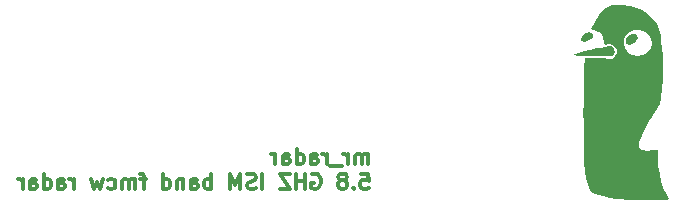
<source format=gbo>
%FSLAX34Y34*%
G04 Gerber Fmt 3.4, Leading zero omitted, Abs format*
G04 (created by PCBNEW (2014-03-19 BZR 4756)-product) date Thu 12 Jun 2014 08:54:00 PM AKDT*
%MOIN*%
G01*
G70*
G90*
G04 APERTURE LIST*
%ADD10C,0.005906*%
%ADD11C,0.011811*%
%ADD12C,0.003937*%
G04 APERTURE END LIST*
G54D10*
G54D11*
X59078Y-42414D02*
X59078Y-42073D01*
X59078Y-42121D02*
X59053Y-42097D01*
X59005Y-42073D01*
X58931Y-42073D01*
X58883Y-42097D01*
X58858Y-42146D01*
X58858Y-42414D01*
X58858Y-42146D02*
X58834Y-42097D01*
X58785Y-42073D01*
X58712Y-42073D01*
X58663Y-42097D01*
X58639Y-42146D01*
X58639Y-42414D01*
X58395Y-42414D02*
X58395Y-42073D01*
X58395Y-42170D02*
X58371Y-42121D01*
X58346Y-42097D01*
X58298Y-42073D01*
X58249Y-42073D01*
X58200Y-42462D02*
X57810Y-42462D01*
X57688Y-42414D02*
X57688Y-42073D01*
X57688Y-42170D02*
X57664Y-42121D01*
X57640Y-42097D01*
X57591Y-42073D01*
X57542Y-42073D01*
X57152Y-42414D02*
X57152Y-42146D01*
X57177Y-42097D01*
X57225Y-42073D01*
X57323Y-42073D01*
X57372Y-42097D01*
X57152Y-42389D02*
X57201Y-42414D01*
X57323Y-42414D01*
X57372Y-42389D01*
X57396Y-42341D01*
X57396Y-42292D01*
X57372Y-42243D01*
X57323Y-42219D01*
X57201Y-42219D01*
X57152Y-42194D01*
X56689Y-42414D02*
X56689Y-41902D01*
X56689Y-42389D02*
X56738Y-42414D01*
X56835Y-42414D01*
X56884Y-42389D01*
X56909Y-42365D01*
X56933Y-42316D01*
X56933Y-42170D01*
X56909Y-42121D01*
X56884Y-42097D01*
X56835Y-42073D01*
X56738Y-42073D01*
X56689Y-42097D01*
X56226Y-42414D02*
X56226Y-42146D01*
X56250Y-42097D01*
X56299Y-42073D01*
X56397Y-42073D01*
X56445Y-42097D01*
X56226Y-42389D02*
X56275Y-42414D01*
X56397Y-42414D01*
X56445Y-42389D01*
X56470Y-42341D01*
X56470Y-42292D01*
X56445Y-42243D01*
X56397Y-42219D01*
X56275Y-42219D01*
X56226Y-42194D01*
X55982Y-42414D02*
X55982Y-42073D01*
X55982Y-42170D02*
X55958Y-42121D01*
X55934Y-42097D01*
X55885Y-42073D01*
X55836Y-42073D01*
X58834Y-42737D02*
X59078Y-42737D01*
X59102Y-42980D01*
X59078Y-42956D01*
X59029Y-42932D01*
X58907Y-42932D01*
X58858Y-42956D01*
X58834Y-42980D01*
X58810Y-43029D01*
X58810Y-43151D01*
X58834Y-43200D01*
X58858Y-43224D01*
X58907Y-43248D01*
X59029Y-43248D01*
X59078Y-43224D01*
X59102Y-43200D01*
X58590Y-43200D02*
X58566Y-43224D01*
X58590Y-43248D01*
X58615Y-43224D01*
X58590Y-43200D01*
X58590Y-43248D01*
X58273Y-42956D02*
X58322Y-42932D01*
X58346Y-42907D01*
X58371Y-42858D01*
X58371Y-42834D01*
X58346Y-42785D01*
X58322Y-42761D01*
X58273Y-42737D01*
X58176Y-42737D01*
X58127Y-42761D01*
X58103Y-42785D01*
X58078Y-42834D01*
X58078Y-42858D01*
X58103Y-42907D01*
X58127Y-42932D01*
X58176Y-42956D01*
X58273Y-42956D01*
X58322Y-42980D01*
X58346Y-43005D01*
X58371Y-43053D01*
X58371Y-43151D01*
X58346Y-43200D01*
X58322Y-43224D01*
X58273Y-43248D01*
X58176Y-43248D01*
X58127Y-43224D01*
X58103Y-43200D01*
X58078Y-43151D01*
X58078Y-43053D01*
X58103Y-43005D01*
X58127Y-42980D01*
X58176Y-42956D01*
X57201Y-42761D02*
X57250Y-42737D01*
X57323Y-42737D01*
X57396Y-42761D01*
X57445Y-42810D01*
X57469Y-42858D01*
X57493Y-42956D01*
X57493Y-43029D01*
X57469Y-43126D01*
X57445Y-43175D01*
X57396Y-43224D01*
X57323Y-43248D01*
X57274Y-43248D01*
X57201Y-43224D01*
X57177Y-43200D01*
X57177Y-43029D01*
X57274Y-43029D01*
X56957Y-43248D02*
X56957Y-42737D01*
X56957Y-42980D02*
X56665Y-42980D01*
X56665Y-43248D02*
X56665Y-42737D01*
X56470Y-42737D02*
X56129Y-42737D01*
X56470Y-43248D01*
X56129Y-43248D01*
X55544Y-43248D02*
X55544Y-42737D01*
X55324Y-43224D02*
X55251Y-43248D01*
X55129Y-43248D01*
X55081Y-43224D01*
X55056Y-43200D01*
X55032Y-43151D01*
X55032Y-43102D01*
X55056Y-43053D01*
X55081Y-43029D01*
X55129Y-43005D01*
X55227Y-42980D01*
X55276Y-42956D01*
X55300Y-42932D01*
X55324Y-42883D01*
X55324Y-42834D01*
X55300Y-42785D01*
X55276Y-42761D01*
X55227Y-42737D01*
X55105Y-42737D01*
X55032Y-42761D01*
X54813Y-43248D02*
X54813Y-42737D01*
X54642Y-43102D01*
X54471Y-42737D01*
X54471Y-43248D01*
X53838Y-43248D02*
X53838Y-42737D01*
X53838Y-42932D02*
X53789Y-42907D01*
X53691Y-42907D01*
X53643Y-42932D01*
X53618Y-42956D01*
X53594Y-43005D01*
X53594Y-43151D01*
X53618Y-43200D01*
X53643Y-43224D01*
X53691Y-43248D01*
X53789Y-43248D01*
X53838Y-43224D01*
X53155Y-43248D02*
X53155Y-42980D01*
X53180Y-42932D01*
X53228Y-42907D01*
X53326Y-42907D01*
X53375Y-42932D01*
X53155Y-43224D02*
X53204Y-43248D01*
X53326Y-43248D01*
X53375Y-43224D01*
X53399Y-43175D01*
X53399Y-43126D01*
X53375Y-43078D01*
X53326Y-43053D01*
X53204Y-43053D01*
X53155Y-43029D01*
X52912Y-42907D02*
X52912Y-43248D01*
X52912Y-42956D02*
X52887Y-42932D01*
X52838Y-42907D01*
X52765Y-42907D01*
X52717Y-42932D01*
X52692Y-42980D01*
X52692Y-43248D01*
X52229Y-43248D02*
X52229Y-42737D01*
X52229Y-43224D02*
X52278Y-43248D01*
X52375Y-43248D01*
X52424Y-43224D01*
X52448Y-43200D01*
X52473Y-43151D01*
X52473Y-43005D01*
X52448Y-42956D01*
X52424Y-42932D01*
X52375Y-42907D01*
X52278Y-42907D01*
X52229Y-42932D01*
X51669Y-42907D02*
X51474Y-42907D01*
X51595Y-43248D02*
X51595Y-42810D01*
X51571Y-42761D01*
X51522Y-42737D01*
X51474Y-42737D01*
X51303Y-43248D02*
X51303Y-42907D01*
X51303Y-42956D02*
X51279Y-42932D01*
X51230Y-42907D01*
X51157Y-42907D01*
X51108Y-42932D01*
X51084Y-42980D01*
X51084Y-43248D01*
X51084Y-42980D02*
X51059Y-42932D01*
X51011Y-42907D01*
X50937Y-42907D01*
X50889Y-42932D01*
X50864Y-42980D01*
X50864Y-43248D01*
X50401Y-43224D02*
X50450Y-43248D01*
X50547Y-43248D01*
X50596Y-43224D01*
X50621Y-43200D01*
X50645Y-43151D01*
X50645Y-43005D01*
X50621Y-42956D01*
X50596Y-42932D01*
X50547Y-42907D01*
X50450Y-42907D01*
X50401Y-42932D01*
X50231Y-42907D02*
X50133Y-43248D01*
X50036Y-43005D01*
X49938Y-43248D01*
X49841Y-42907D01*
X49256Y-43248D02*
X49256Y-42907D01*
X49256Y-43005D02*
X49231Y-42956D01*
X49207Y-42932D01*
X49158Y-42907D01*
X49110Y-42907D01*
X48720Y-43248D02*
X48720Y-42980D01*
X48744Y-42932D01*
X48793Y-42907D01*
X48890Y-42907D01*
X48939Y-42932D01*
X48720Y-43224D02*
X48768Y-43248D01*
X48890Y-43248D01*
X48939Y-43224D01*
X48963Y-43175D01*
X48963Y-43126D01*
X48939Y-43078D01*
X48890Y-43053D01*
X48768Y-43053D01*
X48720Y-43029D01*
X48256Y-43248D02*
X48256Y-42737D01*
X48256Y-43224D02*
X48305Y-43248D01*
X48403Y-43248D01*
X48451Y-43224D01*
X48476Y-43200D01*
X48500Y-43151D01*
X48500Y-43005D01*
X48476Y-42956D01*
X48451Y-42932D01*
X48403Y-42907D01*
X48305Y-42907D01*
X48256Y-42932D01*
X47793Y-43248D02*
X47793Y-42980D01*
X47818Y-42932D01*
X47867Y-42907D01*
X47964Y-42907D01*
X48013Y-42932D01*
X47793Y-43224D02*
X47842Y-43248D01*
X47964Y-43248D01*
X48013Y-43224D01*
X48037Y-43175D01*
X48037Y-43126D01*
X48013Y-43078D01*
X47964Y-43053D01*
X47842Y-43053D01*
X47793Y-43029D01*
X47550Y-43248D02*
X47550Y-42907D01*
X47550Y-43005D02*
X47525Y-42956D01*
X47501Y-42932D01*
X47452Y-42907D01*
X47403Y-42907D01*
G54D12*
G36*
X69111Y-43573D02*
X69091Y-43594D01*
X69017Y-43610D01*
X69009Y-43611D01*
X68915Y-43620D01*
X68769Y-43626D01*
X68586Y-43628D01*
X68380Y-43628D01*
X68165Y-43625D01*
X67957Y-43619D01*
X67769Y-43611D01*
X67617Y-43601D01*
X67566Y-43595D01*
X67350Y-43566D01*
X67136Y-43529D01*
X66937Y-43487D01*
X66767Y-43444D01*
X66638Y-43402D01*
X66568Y-43368D01*
X66472Y-43262D01*
X66392Y-43095D01*
X66328Y-42870D01*
X66294Y-42682D01*
X66283Y-42574D01*
X66274Y-42409D01*
X66267Y-42195D01*
X66260Y-41942D01*
X66255Y-41658D01*
X66252Y-41353D01*
X66250Y-41036D01*
X66249Y-40715D01*
X66250Y-40400D01*
X66253Y-40099D01*
X66257Y-39823D01*
X66263Y-39579D01*
X66271Y-39377D01*
X66278Y-39261D01*
X66306Y-38873D01*
X66763Y-38891D01*
X67221Y-38909D01*
X67293Y-38816D01*
X67354Y-38713D01*
X67355Y-38620D01*
X67295Y-38520D01*
X67287Y-38511D01*
X67220Y-38450D01*
X67145Y-38427D01*
X67070Y-38427D01*
X66983Y-38429D01*
X66944Y-38413D01*
X66933Y-38365D01*
X66933Y-38332D01*
X66904Y-38179D01*
X66816Y-38058D01*
X66672Y-37971D01*
X66610Y-37949D01*
X66501Y-37915D01*
X66618Y-37680D01*
X66722Y-37500D01*
X66838Y-37345D01*
X66955Y-37228D01*
X67061Y-37162D01*
X67199Y-37128D01*
X67378Y-37111D01*
X67573Y-37112D01*
X67759Y-37130D01*
X67842Y-37146D01*
X68128Y-37237D01*
X68361Y-37364D01*
X68545Y-37533D01*
X68685Y-37749D01*
X68786Y-38016D01*
X68816Y-38135D01*
X68844Y-38308D01*
X68867Y-38532D01*
X68883Y-38792D01*
X68892Y-39072D01*
X68894Y-39357D01*
X68888Y-39632D01*
X68873Y-39882D01*
X68867Y-39956D01*
X68848Y-40134D01*
X68831Y-40262D01*
X68811Y-40355D01*
X68784Y-40428D01*
X68744Y-40499D01*
X68701Y-40565D01*
X68567Y-40772D01*
X68524Y-40842D01*
X68524Y-38405D01*
X68522Y-38344D01*
X68466Y-38181D01*
X68367Y-38056D01*
X68237Y-37973D01*
X68089Y-37935D01*
X67936Y-37946D01*
X67790Y-38009D01*
X67669Y-38120D01*
X67611Y-38243D01*
X67598Y-38388D01*
X67627Y-38534D01*
X67694Y-38661D01*
X67792Y-38747D01*
X67910Y-38785D01*
X68058Y-38796D01*
X68204Y-38782D01*
X68298Y-38750D01*
X68410Y-38662D01*
X68489Y-38539D01*
X68524Y-38405D01*
X68524Y-40842D01*
X68437Y-40985D01*
X68319Y-41192D01*
X68222Y-41377D01*
X68151Y-41529D01*
X68130Y-41583D01*
X68089Y-41735D01*
X68091Y-41845D01*
X68141Y-41917D01*
X68242Y-41956D01*
X68400Y-41964D01*
X68511Y-41958D01*
X68716Y-41942D01*
X68725Y-42252D01*
X68744Y-42490D01*
X68784Y-42738D01*
X68841Y-42980D01*
X68912Y-43201D01*
X68992Y-43387D01*
X69077Y-43524D01*
X69088Y-43537D01*
X69111Y-43573D01*
X69111Y-43573D01*
X69111Y-43573D01*
G37*
G36*
X67301Y-38683D02*
X67277Y-38771D01*
X67260Y-38793D01*
X67207Y-38810D01*
X67094Y-38821D01*
X66925Y-38826D01*
X66706Y-38826D01*
X66442Y-38819D01*
X66183Y-38809D01*
X66058Y-38801D01*
X65957Y-38790D01*
X65900Y-38779D01*
X65900Y-38779D01*
X65907Y-38763D01*
X65973Y-38737D01*
X66092Y-38701D01*
X66257Y-38658D01*
X66462Y-38609D01*
X66699Y-38556D01*
X66812Y-38532D01*
X66964Y-38502D01*
X67066Y-38485D01*
X67133Y-38483D01*
X67180Y-38493D01*
X67220Y-38516D01*
X67280Y-38588D01*
X67301Y-38683D01*
X67301Y-38683D01*
X67301Y-38683D01*
G37*
G36*
X66559Y-38115D02*
X66554Y-38168D01*
X66503Y-38232D01*
X66484Y-38251D01*
X66375Y-38320D01*
X66284Y-38333D01*
X66205Y-38327D01*
X66172Y-38299D01*
X66166Y-38251D01*
X66191Y-38162D01*
X66254Y-38086D01*
X66337Y-38032D01*
X66425Y-38009D01*
X66499Y-38029D01*
X66521Y-38051D01*
X66559Y-38115D01*
X66559Y-38115D01*
X66559Y-38115D01*
G37*
G36*
X68050Y-38219D02*
X68007Y-38303D01*
X67936Y-38372D01*
X67850Y-38418D01*
X67764Y-38431D01*
X67694Y-38403D01*
X67669Y-38372D01*
X67650Y-38273D01*
X67689Y-38180D01*
X67769Y-38115D01*
X67886Y-38072D01*
X67981Y-38072D01*
X68041Y-38113D01*
X68049Y-38132D01*
X68050Y-38219D01*
X68050Y-38219D01*
X68050Y-38219D01*
G37*
M02*

</source>
